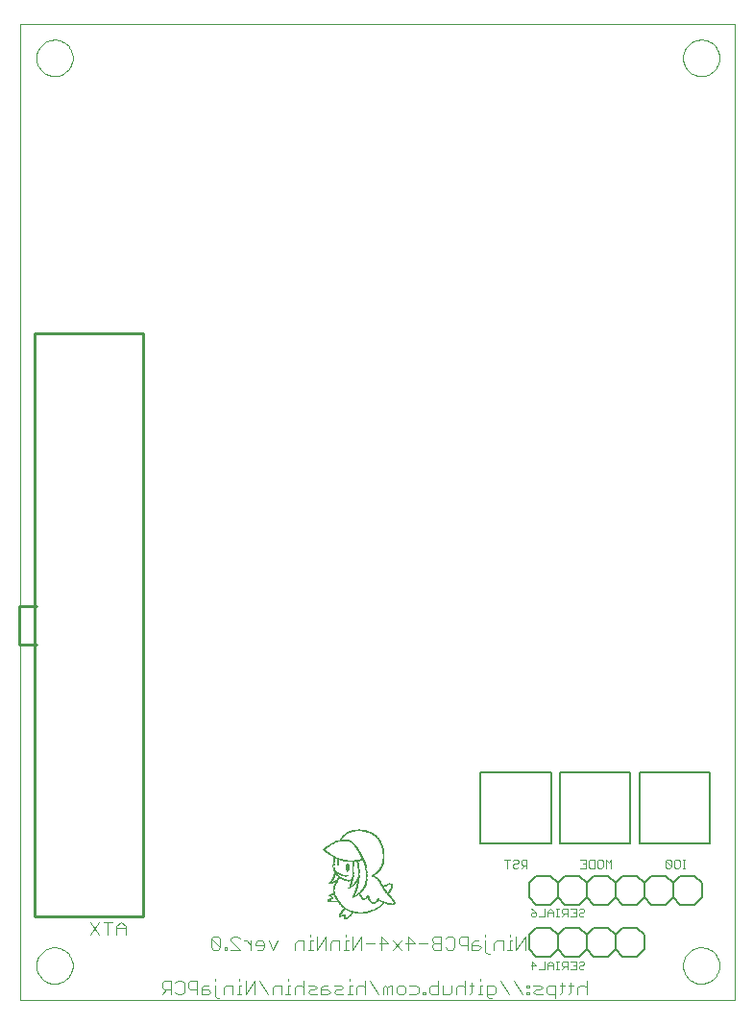
<source format=gbo>
G75*
%MOIN*%
%OFA0B0*%
%FSLAX24Y24*%
%IPPOS*%
%LPD*%
%AMOC8*
5,1,8,0,0,1.08239X$1,22.5*
%
%ADD10C,0.0000*%
%ADD11C,0.0040*%
%ADD12C,0.0030*%
%ADD13C,0.0100*%
%ADD14C,0.0050*%
%ADD15C,0.0060*%
%ADD16R,0.0040X0.0010*%
%ADD17R,0.0080X0.0010*%
%ADD18R,0.0100X0.0010*%
%ADD19R,0.0130X0.0010*%
%ADD20R,0.0060X0.0010*%
%ADD21R,0.0050X0.0010*%
%ADD22R,0.0030X0.0010*%
%ADD23R,0.0090X0.0010*%
%ADD24R,0.0120X0.0010*%
%ADD25R,0.0150X0.0010*%
%ADD26R,0.0270X0.0010*%
%ADD27R,0.0390X0.0010*%
%ADD28R,0.0490X0.0010*%
%ADD29R,0.0180X0.0010*%
%ADD30R,0.0220X0.0010*%
%ADD31R,0.0160X0.0010*%
%ADD32R,0.0110X0.0010*%
%ADD33R,0.0070X0.0010*%
%ADD34R,0.0170X0.0010*%
%ADD35R,0.0240X0.0010*%
%ADD36R,0.0190X0.0010*%
%ADD37R,0.0250X0.0010*%
%ADD38R,0.0360X0.0010*%
%ADD39R,0.0010X0.0010*%
%ADD40R,0.0020X0.0010*%
%ADD41R,0.0230X0.0010*%
%ADD42R,0.0210X0.0010*%
%ADD43R,0.0140X0.0010*%
%ADD44R,0.0280X0.0010*%
%ADD45R,0.0310X0.0010*%
%ADD46R,0.0470X0.0010*%
%ADD47R,0.0590X0.0010*%
%ADD48R,0.0200X0.0010*%
%ADD49R,0.0400X0.0010*%
%ADD50R,0.0340X0.0010*%
%ADD51R,0.0290X0.0010*%
%ADD52R,0.0510X0.0010*%
%ADD53R,0.0420X0.0010*%
%ADD54R,0.0300X0.0010*%
D10*
X001857Y002453D02*
X001857Y036312D01*
X026660Y036312D01*
X026660Y002453D01*
X001857Y002453D01*
X002408Y003634D02*
X002410Y003684D01*
X002416Y003734D01*
X002426Y003783D01*
X002440Y003831D01*
X002457Y003878D01*
X002478Y003923D01*
X002503Y003967D01*
X002531Y004008D01*
X002563Y004047D01*
X002597Y004084D01*
X002634Y004118D01*
X002674Y004148D01*
X002716Y004175D01*
X002760Y004199D01*
X002806Y004220D01*
X002853Y004236D01*
X002901Y004249D01*
X002951Y004258D01*
X003000Y004263D01*
X003051Y004264D01*
X003101Y004261D01*
X003150Y004254D01*
X003199Y004243D01*
X003247Y004228D01*
X003293Y004210D01*
X003338Y004188D01*
X003381Y004162D01*
X003422Y004133D01*
X003461Y004101D01*
X003497Y004066D01*
X003529Y004028D01*
X003559Y003988D01*
X003586Y003945D01*
X003609Y003901D01*
X003628Y003855D01*
X003644Y003807D01*
X003656Y003758D01*
X003664Y003709D01*
X003668Y003659D01*
X003668Y003609D01*
X003664Y003559D01*
X003656Y003510D01*
X003644Y003461D01*
X003628Y003413D01*
X003609Y003367D01*
X003586Y003323D01*
X003559Y003280D01*
X003529Y003240D01*
X003497Y003202D01*
X003461Y003167D01*
X003422Y003135D01*
X003381Y003106D01*
X003338Y003080D01*
X003293Y003058D01*
X003247Y003040D01*
X003199Y003025D01*
X003150Y003014D01*
X003101Y003007D01*
X003051Y003004D01*
X003000Y003005D01*
X002951Y003010D01*
X002901Y003019D01*
X002853Y003032D01*
X002806Y003048D01*
X002760Y003069D01*
X002716Y003093D01*
X002674Y003120D01*
X002634Y003150D01*
X002597Y003184D01*
X002563Y003221D01*
X002531Y003260D01*
X002503Y003301D01*
X002478Y003345D01*
X002457Y003390D01*
X002440Y003437D01*
X002426Y003485D01*
X002416Y003534D01*
X002410Y003584D01*
X002408Y003634D01*
X024849Y003634D02*
X024851Y003684D01*
X024857Y003734D01*
X024867Y003783D01*
X024881Y003831D01*
X024898Y003878D01*
X024919Y003923D01*
X024944Y003967D01*
X024972Y004008D01*
X025004Y004047D01*
X025038Y004084D01*
X025075Y004118D01*
X025115Y004148D01*
X025157Y004175D01*
X025201Y004199D01*
X025247Y004220D01*
X025294Y004236D01*
X025342Y004249D01*
X025392Y004258D01*
X025441Y004263D01*
X025492Y004264D01*
X025542Y004261D01*
X025591Y004254D01*
X025640Y004243D01*
X025688Y004228D01*
X025734Y004210D01*
X025779Y004188D01*
X025822Y004162D01*
X025863Y004133D01*
X025902Y004101D01*
X025938Y004066D01*
X025970Y004028D01*
X026000Y003988D01*
X026027Y003945D01*
X026050Y003901D01*
X026069Y003855D01*
X026085Y003807D01*
X026097Y003758D01*
X026105Y003709D01*
X026109Y003659D01*
X026109Y003609D01*
X026105Y003559D01*
X026097Y003510D01*
X026085Y003461D01*
X026069Y003413D01*
X026050Y003367D01*
X026027Y003323D01*
X026000Y003280D01*
X025970Y003240D01*
X025938Y003202D01*
X025902Y003167D01*
X025863Y003135D01*
X025822Y003106D01*
X025779Y003080D01*
X025734Y003058D01*
X025688Y003040D01*
X025640Y003025D01*
X025591Y003014D01*
X025542Y003007D01*
X025492Y003004D01*
X025441Y003005D01*
X025392Y003010D01*
X025342Y003019D01*
X025294Y003032D01*
X025247Y003048D01*
X025201Y003069D01*
X025157Y003093D01*
X025115Y003120D01*
X025075Y003150D01*
X025038Y003184D01*
X025004Y003221D01*
X024972Y003260D01*
X024944Y003301D01*
X024919Y003345D01*
X024898Y003390D01*
X024881Y003437D01*
X024867Y003485D01*
X024857Y003534D01*
X024851Y003584D01*
X024849Y003634D01*
X024849Y035130D02*
X024851Y035180D01*
X024857Y035230D01*
X024867Y035279D01*
X024881Y035327D01*
X024898Y035374D01*
X024919Y035419D01*
X024944Y035463D01*
X024972Y035504D01*
X025004Y035543D01*
X025038Y035580D01*
X025075Y035614D01*
X025115Y035644D01*
X025157Y035671D01*
X025201Y035695D01*
X025247Y035716D01*
X025294Y035732D01*
X025342Y035745D01*
X025392Y035754D01*
X025441Y035759D01*
X025492Y035760D01*
X025542Y035757D01*
X025591Y035750D01*
X025640Y035739D01*
X025688Y035724D01*
X025734Y035706D01*
X025779Y035684D01*
X025822Y035658D01*
X025863Y035629D01*
X025902Y035597D01*
X025938Y035562D01*
X025970Y035524D01*
X026000Y035484D01*
X026027Y035441D01*
X026050Y035397D01*
X026069Y035351D01*
X026085Y035303D01*
X026097Y035254D01*
X026105Y035205D01*
X026109Y035155D01*
X026109Y035105D01*
X026105Y035055D01*
X026097Y035006D01*
X026085Y034957D01*
X026069Y034909D01*
X026050Y034863D01*
X026027Y034819D01*
X026000Y034776D01*
X025970Y034736D01*
X025938Y034698D01*
X025902Y034663D01*
X025863Y034631D01*
X025822Y034602D01*
X025779Y034576D01*
X025734Y034554D01*
X025688Y034536D01*
X025640Y034521D01*
X025591Y034510D01*
X025542Y034503D01*
X025492Y034500D01*
X025441Y034501D01*
X025392Y034506D01*
X025342Y034515D01*
X025294Y034528D01*
X025247Y034544D01*
X025201Y034565D01*
X025157Y034589D01*
X025115Y034616D01*
X025075Y034646D01*
X025038Y034680D01*
X025004Y034717D01*
X024972Y034756D01*
X024944Y034797D01*
X024919Y034841D01*
X024898Y034886D01*
X024881Y034933D01*
X024867Y034981D01*
X024857Y035030D01*
X024851Y035080D01*
X024849Y035130D01*
X002408Y035130D02*
X002410Y035180D01*
X002416Y035230D01*
X002426Y035279D01*
X002440Y035327D01*
X002457Y035374D01*
X002478Y035419D01*
X002503Y035463D01*
X002531Y035504D01*
X002563Y035543D01*
X002597Y035580D01*
X002634Y035614D01*
X002674Y035644D01*
X002716Y035671D01*
X002760Y035695D01*
X002806Y035716D01*
X002853Y035732D01*
X002901Y035745D01*
X002951Y035754D01*
X003000Y035759D01*
X003051Y035760D01*
X003101Y035757D01*
X003150Y035750D01*
X003199Y035739D01*
X003247Y035724D01*
X003293Y035706D01*
X003338Y035684D01*
X003381Y035658D01*
X003422Y035629D01*
X003461Y035597D01*
X003497Y035562D01*
X003529Y035524D01*
X003559Y035484D01*
X003586Y035441D01*
X003609Y035397D01*
X003628Y035351D01*
X003644Y035303D01*
X003656Y035254D01*
X003664Y035205D01*
X003668Y035155D01*
X003668Y035105D01*
X003664Y035055D01*
X003656Y035006D01*
X003644Y034957D01*
X003628Y034909D01*
X003609Y034863D01*
X003586Y034819D01*
X003559Y034776D01*
X003529Y034736D01*
X003497Y034698D01*
X003461Y034663D01*
X003422Y034631D01*
X003381Y034602D01*
X003338Y034576D01*
X003293Y034554D01*
X003247Y034536D01*
X003199Y034521D01*
X003150Y034510D01*
X003101Y034503D01*
X003051Y034500D01*
X003000Y034501D01*
X002951Y034506D01*
X002901Y034515D01*
X002853Y034528D01*
X002806Y034544D01*
X002760Y034565D01*
X002716Y034589D01*
X002674Y034616D01*
X002634Y034646D01*
X002597Y034680D01*
X002563Y034717D01*
X002531Y034756D01*
X002503Y034797D01*
X002478Y034841D01*
X002457Y034886D01*
X002440Y034933D01*
X002426Y034981D01*
X002416Y035030D01*
X002410Y035080D01*
X002408Y035130D01*
D11*
X004271Y005154D02*
X004578Y004693D01*
X004885Y004693D02*
X004885Y005154D01*
X005038Y005154D02*
X004731Y005154D01*
X004578Y005154D02*
X004271Y004693D01*
X005192Y004693D02*
X005192Y005000D01*
X005345Y005154D01*
X005498Y005000D01*
X005498Y004693D01*
X005498Y004924D02*
X005192Y004924D01*
X006841Y003104D02*
X006765Y003027D01*
X006765Y002874D01*
X006841Y002797D01*
X007072Y002797D01*
X007072Y002643D02*
X007072Y003104D01*
X006841Y003104D01*
X006918Y002797D02*
X006765Y002643D01*
X007225Y002720D02*
X007302Y002643D01*
X007455Y002643D01*
X007532Y002720D01*
X007532Y003027D01*
X007455Y003104D01*
X007302Y003104D01*
X007225Y003027D01*
X007686Y003027D02*
X007686Y002874D01*
X007762Y002797D01*
X007992Y002797D01*
X007992Y002643D02*
X007992Y003104D01*
X007762Y003104D01*
X007686Y003027D01*
X008146Y002874D02*
X008146Y002643D01*
X008376Y002643D01*
X008453Y002720D01*
X008376Y002797D01*
X008146Y002797D01*
X008146Y002874D02*
X008223Y002950D01*
X008376Y002950D01*
X008606Y002950D02*
X008606Y002567D01*
X008683Y002490D01*
X008760Y002490D01*
X008913Y002643D02*
X008913Y002874D01*
X008990Y002950D01*
X009220Y002950D01*
X009220Y002643D01*
X009374Y002643D02*
X009527Y002643D01*
X009450Y002643D02*
X009450Y002950D01*
X009527Y002950D01*
X009450Y003104D02*
X009450Y003180D01*
X009681Y003104D02*
X009681Y002643D01*
X009987Y003104D01*
X009987Y002643D01*
X010448Y002643D02*
X010141Y003104D01*
X010601Y002874D02*
X010601Y002643D01*
X010601Y002874D02*
X010678Y002950D01*
X010908Y002950D01*
X010908Y002643D01*
X011062Y002643D02*
X011215Y002643D01*
X011138Y002643D02*
X011138Y002950D01*
X011215Y002950D01*
X011369Y002874D02*
X011369Y002643D01*
X011369Y002874D02*
X011445Y002950D01*
X011599Y002950D01*
X011676Y002874D01*
X011829Y002950D02*
X012059Y002950D01*
X012136Y002874D01*
X012059Y002797D01*
X011906Y002797D01*
X011829Y002720D01*
X011906Y002643D01*
X012136Y002643D01*
X012289Y002643D02*
X012520Y002643D01*
X012596Y002720D01*
X012520Y002797D01*
X012289Y002797D01*
X012289Y002874D02*
X012289Y002643D01*
X012289Y002874D02*
X012366Y002950D01*
X012520Y002950D01*
X012750Y002950D02*
X012980Y002950D01*
X013057Y002874D01*
X012980Y002797D01*
X012827Y002797D01*
X012750Y002720D01*
X012827Y002643D01*
X013057Y002643D01*
X013210Y002643D02*
X013364Y002643D01*
X013287Y002643D02*
X013287Y002950D01*
X013364Y002950D01*
X013517Y002874D02*
X013517Y002643D01*
X013517Y002874D02*
X013594Y002950D01*
X013747Y002950D01*
X013824Y002874D01*
X013824Y003104D02*
X013824Y002643D01*
X014284Y002643D02*
X013978Y003104D01*
X014438Y002874D02*
X014438Y002643D01*
X014591Y002643D02*
X014591Y002874D01*
X014515Y002950D01*
X014438Y002874D01*
X014591Y002874D02*
X014668Y002950D01*
X014745Y002950D01*
X014745Y002643D01*
X014898Y002720D02*
X014898Y002874D01*
X014975Y002950D01*
X015129Y002950D01*
X015205Y002874D01*
X015205Y002720D01*
X015129Y002643D01*
X014975Y002643D01*
X014898Y002720D01*
X015359Y002643D02*
X015589Y002643D01*
X015666Y002720D01*
X015666Y002874D01*
X015589Y002950D01*
X015359Y002950D01*
X015819Y002720D02*
X015819Y002643D01*
X015896Y002643D01*
X015896Y002720D01*
X015819Y002720D01*
X016049Y002720D02*
X016049Y002874D01*
X016126Y002950D01*
X016356Y002950D01*
X016510Y002950D02*
X016510Y002643D01*
X016740Y002643D01*
X016817Y002720D01*
X016817Y002950D01*
X016970Y002874D02*
X016970Y002643D01*
X016970Y002874D02*
X017047Y002950D01*
X017200Y002950D01*
X017277Y002874D01*
X017430Y002950D02*
X017584Y002950D01*
X017507Y003027D02*
X017507Y002720D01*
X017430Y002643D01*
X017277Y002643D02*
X017277Y003104D01*
X017737Y002643D02*
X017891Y002643D01*
X017814Y002643D02*
X017814Y002950D01*
X017891Y002950D01*
X018044Y002950D02*
X018275Y002950D01*
X018351Y002874D01*
X018351Y002720D01*
X018275Y002643D01*
X018044Y002643D01*
X018044Y002567D02*
X018044Y002950D01*
X017814Y003104D02*
X017814Y003180D01*
X018044Y002567D02*
X018121Y002490D01*
X018198Y002490D01*
X018812Y002643D02*
X018505Y003104D01*
X018965Y003104D02*
X019272Y002643D01*
X019426Y002643D02*
X019502Y002643D01*
X019502Y002720D01*
X019426Y002720D01*
X019426Y002643D01*
X019426Y002874D02*
X019502Y002874D01*
X019502Y002950D01*
X019426Y002950D01*
X019426Y002874D01*
X019656Y002950D02*
X019886Y002950D01*
X019963Y002874D01*
X019886Y002797D01*
X019732Y002797D01*
X019656Y002720D01*
X019732Y002643D01*
X019963Y002643D01*
X020116Y002720D02*
X020193Y002643D01*
X020423Y002643D01*
X020423Y002490D02*
X020423Y002950D01*
X020193Y002950D01*
X020116Y002874D01*
X020116Y002720D01*
X020576Y002643D02*
X020653Y002720D01*
X020653Y003027D01*
X020730Y002950D02*
X020576Y002950D01*
X020883Y002950D02*
X021037Y002950D01*
X020960Y003027D02*
X020960Y002720D01*
X020883Y002643D01*
X021190Y002643D02*
X021190Y002874D01*
X021267Y002950D01*
X021421Y002950D01*
X021497Y002874D01*
X021497Y003104D02*
X021497Y002643D01*
X019367Y004183D02*
X019367Y004644D01*
X019060Y004183D01*
X019060Y004644D01*
X018907Y004490D02*
X018830Y004490D01*
X018830Y004183D01*
X018907Y004183D02*
X018753Y004183D01*
X018600Y004183D02*
X018600Y004490D01*
X018370Y004490D01*
X018293Y004414D01*
X018293Y004183D01*
X018140Y004030D02*
X018063Y004030D01*
X017986Y004107D01*
X017986Y004490D01*
X017986Y004644D02*
X017986Y004720D01*
X017756Y004490D02*
X017602Y004490D01*
X017526Y004414D01*
X017526Y004183D01*
X017756Y004183D01*
X017833Y004260D01*
X017756Y004337D01*
X017526Y004337D01*
X017372Y004337D02*
X017142Y004337D01*
X017065Y004414D01*
X017065Y004567D01*
X017142Y004644D01*
X017372Y004644D01*
X017372Y004183D01*
X016912Y004260D02*
X016835Y004183D01*
X016682Y004183D01*
X016605Y004260D01*
X016451Y004183D02*
X016221Y004183D01*
X016145Y004260D01*
X016145Y004337D01*
X016221Y004414D01*
X016451Y004414D01*
X016605Y004567D02*
X016682Y004644D01*
X016835Y004644D01*
X016912Y004567D01*
X016912Y004260D01*
X016451Y004183D02*
X016451Y004644D01*
X016221Y004644D01*
X016145Y004567D01*
X016145Y004490D01*
X016221Y004414D01*
X015991Y004414D02*
X015684Y004414D01*
X015531Y004414D02*
X015224Y004414D01*
X015070Y004490D02*
X014763Y004183D01*
X014610Y004414D02*
X014303Y004414D01*
X014150Y004414D02*
X013843Y004414D01*
X013689Y004644D02*
X013382Y004183D01*
X013382Y004644D01*
X013229Y004490D02*
X013152Y004490D01*
X013152Y004183D01*
X013229Y004183D02*
X013075Y004183D01*
X012922Y004183D02*
X012922Y004490D01*
X012692Y004490D01*
X012615Y004414D01*
X012615Y004183D01*
X012461Y004183D02*
X012461Y004644D01*
X012154Y004183D01*
X012154Y004644D01*
X012001Y004490D02*
X011924Y004490D01*
X011924Y004183D01*
X011848Y004183D02*
X012001Y004183D01*
X011694Y004183D02*
X011694Y004490D01*
X011464Y004490D01*
X011387Y004414D01*
X011387Y004183D01*
X010773Y004490D02*
X010620Y004183D01*
X010466Y004490D01*
X010313Y004414D02*
X010236Y004490D01*
X010083Y004490D01*
X010006Y004414D01*
X010006Y004337D01*
X010313Y004337D01*
X010313Y004260D02*
X010313Y004414D01*
X010313Y004260D02*
X010236Y004183D01*
X010083Y004183D01*
X009853Y004183D02*
X009853Y004490D01*
X009853Y004337D02*
X009699Y004490D01*
X009622Y004490D01*
X009469Y004567D02*
X009392Y004644D01*
X009239Y004644D01*
X009162Y004567D01*
X009162Y004490D01*
X009469Y004183D01*
X009162Y004183D01*
X009008Y004183D02*
X008932Y004183D01*
X008932Y004260D01*
X009008Y004260D01*
X009008Y004183D01*
X008778Y004260D02*
X008471Y004567D01*
X008471Y004260D01*
X008548Y004183D01*
X008702Y004183D01*
X008778Y004260D01*
X008778Y004567D01*
X008702Y004644D01*
X008548Y004644D01*
X008471Y004567D01*
X008606Y003180D02*
X008606Y003104D01*
X011138Y003104D02*
X011138Y003180D01*
X011676Y003104D02*
X011676Y002643D01*
X011924Y004644D02*
X011924Y004720D01*
X013152Y004720D02*
X013152Y004644D01*
X013689Y004644D02*
X013689Y004183D01*
X014380Y004183D02*
X014380Y004644D01*
X014610Y004414D01*
X014763Y004490D02*
X015070Y004183D01*
X015300Y004183D02*
X015300Y004644D01*
X015531Y004414D01*
X016356Y003104D02*
X016356Y002643D01*
X016126Y002643D01*
X016049Y002720D01*
X013287Y003104D02*
X013287Y003180D01*
X018830Y004644D02*
X018830Y004720D01*
D12*
X019563Y005377D02*
X019563Y005425D01*
X019612Y005473D01*
X019757Y005473D01*
X019757Y005377D01*
X019709Y005328D01*
X019612Y005328D01*
X019563Y005377D01*
X019660Y005570D02*
X019757Y005473D01*
X019660Y005570D02*
X019563Y005619D01*
X019858Y005328D02*
X020052Y005328D01*
X020052Y005619D01*
X020153Y005522D02*
X020153Y005328D01*
X020153Y005473D02*
X020346Y005473D01*
X020346Y005522D02*
X020249Y005619D01*
X020153Y005522D01*
X020346Y005522D02*
X020346Y005328D01*
X020446Y005328D02*
X020543Y005328D01*
X020494Y005328D02*
X020494Y005619D01*
X020446Y005619D02*
X020543Y005619D01*
X020644Y005570D02*
X020644Y005473D01*
X020692Y005425D01*
X020837Y005425D01*
X020741Y005425D02*
X020644Y005328D01*
X020837Y005328D02*
X020837Y005619D01*
X020692Y005619D01*
X020644Y005570D01*
X020938Y005619D02*
X021132Y005619D01*
X021132Y005328D01*
X020938Y005328D01*
X021035Y005473D02*
X021132Y005473D01*
X021233Y005425D02*
X021233Y005377D01*
X021282Y005328D01*
X021378Y005328D01*
X021427Y005377D01*
X021378Y005473D02*
X021282Y005473D01*
X021233Y005425D01*
X021233Y005570D02*
X021282Y005619D01*
X021378Y005619D01*
X021427Y005570D01*
X021427Y005522D01*
X021378Y005473D01*
X021283Y007018D02*
X021477Y007018D01*
X021477Y007309D01*
X021283Y007309D01*
X021380Y007163D02*
X021477Y007163D01*
X021578Y007067D02*
X021578Y007260D01*
X021626Y007309D01*
X021772Y007309D01*
X021772Y007018D01*
X021626Y007018D01*
X021578Y007067D01*
X021873Y007067D02*
X021873Y007260D01*
X021921Y007309D01*
X022018Y007309D01*
X022066Y007260D01*
X022066Y007067D01*
X022018Y007018D01*
X021921Y007018D01*
X021873Y007067D01*
X022167Y007018D02*
X022167Y007309D01*
X022264Y007212D01*
X022361Y007309D01*
X022361Y007018D01*
X024243Y007067D02*
X024292Y007018D01*
X024389Y007018D01*
X024437Y007067D01*
X024243Y007260D01*
X024243Y007067D01*
X024243Y007260D02*
X024292Y007309D01*
X024389Y007309D01*
X024437Y007260D01*
X024437Y007067D01*
X024538Y007067D02*
X024538Y007260D01*
X024586Y007309D01*
X024683Y007309D01*
X024732Y007260D01*
X024732Y007067D01*
X024683Y007018D01*
X024586Y007018D01*
X024538Y007067D01*
X024831Y007018D02*
X024928Y007018D01*
X024880Y007018D02*
X024880Y007309D01*
X024928Y007309D02*
X024831Y007309D01*
X021378Y003789D02*
X021427Y003740D01*
X021427Y003692D01*
X021378Y003643D01*
X021282Y003643D01*
X021233Y003595D01*
X021233Y003547D01*
X021282Y003498D01*
X021378Y003498D01*
X021427Y003547D01*
X021378Y003789D02*
X021282Y003789D01*
X021233Y003740D01*
X021132Y003789D02*
X021132Y003498D01*
X020938Y003498D01*
X020837Y003498D02*
X020837Y003789D01*
X020692Y003789D01*
X020644Y003740D01*
X020644Y003643D01*
X020692Y003595D01*
X020837Y003595D01*
X020741Y003595D02*
X020644Y003498D01*
X020543Y003498D02*
X020446Y003498D01*
X020494Y003498D02*
X020494Y003789D01*
X020446Y003789D02*
X020543Y003789D01*
X020346Y003692D02*
X020249Y003789D01*
X020153Y003692D01*
X020153Y003498D01*
X020052Y003498D02*
X019858Y003498D01*
X019757Y003643D02*
X019563Y003643D01*
X019612Y003498D02*
X019612Y003789D01*
X019757Y003643D01*
X020052Y003498D02*
X020052Y003789D01*
X020153Y003643D02*
X020346Y003643D01*
X020346Y003692D02*
X020346Y003498D01*
X020938Y003789D02*
X021132Y003789D01*
X021132Y003643D02*
X021035Y003643D01*
X019426Y007018D02*
X019426Y007309D01*
X019281Y007309D01*
X019233Y007260D01*
X019233Y007163D01*
X019281Y007115D01*
X019426Y007115D01*
X019329Y007115D02*
X019233Y007018D01*
X019132Y007067D02*
X019083Y007018D01*
X018986Y007018D01*
X018938Y007067D01*
X018938Y007115D01*
X018986Y007163D01*
X019083Y007163D01*
X019132Y007212D01*
X019132Y007260D01*
X019083Y007309D01*
X018986Y007309D01*
X018938Y007260D01*
X018837Y007309D02*
X018643Y007309D01*
X018740Y007309D02*
X018740Y007018D01*
D13*
X006109Y005327D02*
X006109Y025564D01*
X002330Y025564D01*
X002330Y005327D01*
X006109Y005327D01*
X002408Y014776D02*
X001818Y014776D01*
X001818Y016115D01*
X002408Y016115D01*
D14*
X017824Y010323D02*
X017824Y007882D01*
X020265Y007882D01*
X020265Y010323D01*
X017824Y010323D01*
X020580Y010323D02*
X020580Y007882D01*
X023021Y007882D01*
X023021Y010323D01*
X020580Y010323D01*
X023336Y010323D02*
X023336Y007882D01*
X025777Y007882D01*
X025777Y010323D01*
X023336Y010323D01*
D15*
X023257Y006753D02*
X022757Y006753D01*
X022507Y006503D01*
X022257Y006753D01*
X021757Y006753D01*
X021507Y006503D01*
X021257Y006753D01*
X020757Y006753D01*
X020507Y006503D01*
X020257Y006753D01*
X019757Y006753D01*
X019507Y006503D01*
X019507Y006003D01*
X019757Y005753D01*
X020257Y005753D01*
X020507Y006003D01*
X020757Y005753D01*
X021257Y005753D01*
X021507Y006003D01*
X021757Y005753D01*
X022257Y005753D01*
X022507Y006003D01*
X022757Y005753D01*
X023257Y005753D01*
X023507Y006003D01*
X023757Y005753D01*
X024257Y005753D01*
X024507Y006003D01*
X024757Y005753D01*
X025257Y005753D01*
X025507Y006003D01*
X025507Y006503D01*
X025257Y006753D01*
X024757Y006753D01*
X024507Y006503D01*
X024257Y006753D01*
X023757Y006753D01*
X023507Y006503D01*
X023507Y006003D01*
X023507Y006503D02*
X023257Y006753D01*
X022507Y006503D02*
X022507Y006003D01*
X022257Y004953D02*
X021757Y004953D01*
X021507Y004703D01*
X021507Y004203D01*
X021757Y003953D01*
X022257Y003953D01*
X022507Y004203D01*
X022757Y003953D01*
X023257Y003953D01*
X023507Y004203D01*
X023507Y004703D01*
X023257Y004953D01*
X022757Y004953D01*
X022507Y004703D01*
X022257Y004953D01*
X022507Y004703D02*
X022507Y004203D01*
X021507Y004203D02*
X021257Y003953D01*
X020757Y003953D01*
X020507Y004203D01*
X020257Y003953D01*
X019757Y003953D01*
X019507Y004203D01*
X019507Y004703D01*
X019757Y004953D01*
X020257Y004953D01*
X020507Y004703D01*
X020507Y004203D01*
X020507Y004703D02*
X020757Y004953D01*
X021257Y004953D01*
X021507Y004703D01*
X021507Y006003D02*
X021507Y006503D01*
X020507Y006503D02*
X020507Y006003D01*
X024507Y006003D02*
X024507Y006503D01*
D16*
X014832Y005813D03*
X014832Y005803D03*
X014832Y005793D03*
X014832Y005783D03*
X014822Y005833D03*
X014812Y005843D03*
X014812Y005853D03*
X014802Y005863D03*
X014792Y005883D03*
X014782Y005893D03*
X014772Y005903D03*
X014742Y005943D03*
X014732Y005953D03*
X014722Y005963D03*
X014662Y006033D03*
X014652Y006043D03*
X014642Y006053D03*
X014632Y006133D03*
X014642Y006143D03*
X014652Y006153D03*
X014652Y006163D03*
X014662Y006173D03*
X014672Y006183D03*
X014672Y006193D03*
X014682Y006203D03*
X014692Y006223D03*
X014702Y006233D03*
X014702Y006243D03*
X014712Y006253D03*
X014712Y006263D03*
X014722Y006273D03*
X014722Y006283D03*
X014732Y006293D03*
X014732Y006303D03*
X014742Y006323D03*
X014742Y006333D03*
X014752Y006353D03*
X014752Y006363D03*
X014752Y006373D03*
X014752Y006383D03*
X014752Y006393D03*
X014752Y006403D03*
X014742Y006413D03*
X014492Y006253D03*
X014492Y006243D03*
X014502Y006233D03*
X014512Y006223D03*
X014522Y006203D03*
X014532Y006193D03*
X014552Y006163D03*
X014562Y006153D03*
X014482Y006263D03*
X014472Y006273D03*
X014472Y006283D03*
X014462Y006293D03*
X014452Y006303D03*
X014452Y006313D03*
X014442Y006323D03*
X014432Y006343D03*
X014402Y006383D03*
X014402Y006393D03*
X014392Y006403D03*
X014392Y006413D03*
X014382Y006423D03*
X014382Y006433D03*
X014372Y006443D03*
X014372Y006453D03*
X014362Y006463D03*
X014362Y006473D03*
X014352Y006483D03*
X014352Y006493D03*
X014342Y006503D03*
X014332Y006513D03*
X014332Y006523D03*
X014322Y006533D03*
X014322Y006543D03*
X014312Y006553D03*
X014302Y006563D03*
X014292Y006583D03*
X014282Y006593D03*
X014272Y006603D03*
X014322Y006933D03*
X014332Y006943D03*
X014342Y006963D03*
X014352Y006973D03*
X014362Y006983D03*
X014362Y006993D03*
X014372Y007003D03*
X014372Y007013D03*
X014382Y007023D03*
X014392Y007033D03*
X014392Y007043D03*
X014402Y007063D03*
X014412Y007083D03*
X014412Y007093D03*
X014422Y007103D03*
X014422Y007113D03*
X014432Y007133D03*
X014432Y007143D03*
X014442Y007163D03*
X014442Y007173D03*
X014442Y007183D03*
X014452Y007203D03*
X014452Y007213D03*
X014452Y007223D03*
X014462Y007263D03*
X014462Y007273D03*
X014462Y007283D03*
X014462Y007293D03*
X014462Y007493D03*
X014462Y007503D03*
X014462Y007513D03*
X014462Y007523D03*
X014462Y007533D03*
X014452Y007573D03*
X014452Y007583D03*
X014452Y007593D03*
X014442Y007623D03*
X014442Y007633D03*
X014442Y007643D03*
X014432Y007673D03*
X014432Y007683D03*
X014422Y007703D03*
X014422Y007713D03*
X014422Y007723D03*
X014412Y007743D03*
X014412Y007753D03*
X014402Y007773D03*
X014402Y007783D03*
X014392Y007803D03*
X014392Y007813D03*
X014382Y007823D03*
X014382Y007833D03*
X014372Y007843D03*
X014372Y007853D03*
X014362Y007873D03*
X014352Y007883D03*
X014352Y007893D03*
X014342Y007903D03*
X014342Y007913D03*
X014332Y007923D03*
X014332Y007933D03*
X014322Y007943D03*
X014312Y007953D03*
X014312Y007963D03*
X014302Y007973D03*
X014282Y008003D03*
X014272Y008013D03*
X013582Y007623D03*
X013582Y007613D03*
X013592Y007603D03*
X013592Y007593D03*
X013602Y007583D03*
X013612Y007573D03*
X013612Y007563D03*
X013622Y007553D03*
X013622Y007543D03*
X013632Y007533D03*
X013632Y007523D03*
X013642Y007513D03*
X013652Y007493D03*
X013662Y007483D03*
X013662Y007473D03*
X013672Y007463D03*
X013672Y007453D03*
X013682Y007443D03*
X013682Y007433D03*
X013692Y007423D03*
X013692Y007413D03*
X013702Y007403D03*
X013712Y007383D03*
X013742Y007323D03*
X013772Y007273D03*
X013772Y007263D03*
X013782Y007243D03*
X013782Y007233D03*
X013792Y007223D03*
X013792Y007213D03*
X013802Y007193D03*
X013802Y007183D03*
X013812Y007163D03*
X013812Y007153D03*
X013822Y007123D03*
X013822Y007113D03*
X013832Y007093D03*
X013832Y007083D03*
X013842Y007053D03*
X013842Y007043D03*
X013852Y007013D03*
X013852Y007003D03*
X013852Y006993D03*
X013862Y006953D03*
X013862Y006943D03*
X013862Y006933D03*
X013872Y006883D03*
X013872Y006873D03*
X013872Y006863D03*
X013872Y006853D03*
X013882Y006763D03*
X013882Y006753D03*
X013882Y006743D03*
X013882Y006733D03*
X013882Y006723D03*
X013882Y006713D03*
X013882Y006703D03*
X013882Y006693D03*
X013872Y006603D03*
X013872Y006593D03*
X013872Y006583D03*
X013872Y006573D03*
X013862Y006523D03*
X013862Y006513D03*
X013852Y006483D03*
X013852Y006473D03*
X013842Y006453D03*
X013842Y006443D03*
X013832Y006423D03*
X013832Y006413D03*
X013822Y006393D03*
X013822Y006383D03*
X013812Y006373D03*
X013812Y006363D03*
X013802Y006353D03*
X013802Y006343D03*
X013792Y006333D03*
X013792Y006323D03*
X013782Y006313D03*
X013772Y006293D03*
X013762Y006283D03*
X013752Y006263D03*
X013742Y006253D03*
X013712Y006213D03*
X013702Y006203D03*
X013692Y006193D03*
X013642Y006083D03*
X013642Y006073D03*
X013652Y006063D03*
X013652Y006053D03*
X013662Y006043D03*
X013662Y006033D03*
X013672Y006023D03*
X013682Y006013D03*
X013682Y006003D03*
X013692Y005993D03*
X013712Y005963D03*
X013722Y005953D03*
X013872Y005973D03*
X013882Y005983D03*
X013882Y005993D03*
X013932Y005993D03*
X013932Y005983D03*
X013942Y005963D03*
X013942Y005953D03*
X013952Y005933D03*
X013952Y005923D03*
X013962Y005913D03*
X013962Y005903D03*
X013972Y005893D03*
X013972Y005883D03*
X013982Y005873D03*
X013992Y005863D03*
X013912Y006043D03*
X014242Y005883D03*
X014242Y005873D03*
X014232Y005863D03*
X014232Y005853D03*
X014222Y005843D03*
X014432Y005763D03*
X014442Y005773D03*
X013552Y006383D03*
X013552Y006393D03*
X013562Y006423D03*
X013562Y006433D03*
X013572Y006463D03*
X013572Y006473D03*
X013572Y006483D03*
X013582Y006513D03*
X013582Y006523D03*
X013582Y006533D03*
X013592Y006573D03*
X013592Y006583D03*
X013552Y006603D03*
X013542Y006583D03*
X013542Y006573D03*
X013532Y006563D03*
X013532Y006553D03*
X013522Y006543D03*
X013512Y006533D03*
X013512Y006523D03*
X013502Y006513D03*
X013502Y006503D03*
X013492Y006493D03*
X013482Y006483D03*
X013462Y006453D03*
X013452Y006443D03*
X013442Y006433D03*
X013332Y006453D03*
X013322Y006433D03*
X013322Y006423D03*
X013312Y006403D03*
X013312Y006393D03*
X013302Y006373D03*
X013302Y006363D03*
X013342Y006483D03*
X013342Y006493D03*
X013352Y006513D03*
X013352Y006523D03*
X013362Y006543D03*
X013362Y006553D03*
X013382Y006613D03*
X013382Y006623D03*
X013392Y006653D03*
X013392Y006663D03*
X013402Y006693D03*
X013402Y006703D03*
X013412Y006743D03*
X013412Y006753D03*
X013422Y006793D03*
X013422Y006803D03*
X013422Y006813D03*
X013422Y006823D03*
X013602Y006833D03*
X013602Y006843D03*
X013602Y006853D03*
X013602Y006863D03*
X013602Y006873D03*
X013602Y006883D03*
X013602Y006893D03*
X013602Y006903D03*
X013602Y006913D03*
X013602Y006923D03*
X013592Y006993D03*
X013592Y007003D03*
X013592Y007013D03*
X013592Y007023D03*
X013582Y007073D03*
X013582Y007083D03*
X013582Y007093D03*
X013572Y007143D03*
X013572Y007153D03*
X013572Y007163D03*
X013562Y007193D03*
X013562Y007203D03*
X013562Y007213D03*
X013412Y007213D03*
X013412Y007203D03*
X013412Y007193D03*
X013412Y007183D03*
X013422Y007123D03*
X013422Y007113D03*
X013422Y007103D03*
X013422Y007093D03*
X013422Y007083D03*
X013422Y007073D03*
X013222Y007153D03*
X012872Y007113D03*
X012732Y007113D03*
X012732Y007123D03*
X012732Y007133D03*
X012732Y007143D03*
X012732Y007153D03*
X012742Y007213D03*
X012742Y007223D03*
X012742Y007233D03*
X012752Y007273D03*
X012752Y007283D03*
X012752Y007293D03*
X012762Y007323D03*
X012762Y007333D03*
X012732Y007013D03*
X012732Y007003D03*
X012732Y006993D03*
X012732Y006983D03*
X012742Y006943D03*
X012742Y006933D03*
X012782Y006843D03*
X012762Y006773D03*
X012762Y006763D03*
X012752Y006743D03*
X012752Y006733D03*
X012742Y006713D03*
X012742Y006703D03*
X012732Y006693D03*
X012732Y006683D03*
X012722Y006663D03*
X012722Y006653D03*
X012712Y006643D03*
X012712Y006633D03*
X012702Y006623D03*
X012702Y006613D03*
X012692Y006603D03*
X012682Y006583D03*
X012672Y006573D03*
X012662Y006553D03*
X012652Y006543D03*
X012642Y006523D03*
X012632Y006513D03*
X012622Y006503D03*
X012782Y006423D03*
X012782Y006413D03*
X012772Y006403D03*
X012772Y006393D03*
X012762Y006373D03*
X012762Y006363D03*
X012752Y006343D03*
X012752Y006333D03*
X012752Y006323D03*
X012742Y006293D03*
X012742Y006283D03*
X012742Y006273D03*
X012742Y006163D03*
X012742Y006153D03*
X012742Y006143D03*
X012752Y006113D03*
X012752Y006103D03*
X012772Y006053D03*
X012772Y006043D03*
X012782Y006033D03*
X012782Y006023D03*
X012792Y006013D03*
X012792Y006003D03*
X012802Y005993D03*
X012812Y005983D03*
X012812Y005973D03*
X012822Y005963D03*
X012822Y005953D03*
X012832Y005943D03*
X012832Y005933D03*
X012842Y005923D03*
X012852Y005913D03*
X012852Y005903D03*
X012862Y005893D03*
X012872Y005873D03*
X012902Y005833D03*
X012912Y005813D03*
X012922Y005803D03*
X012932Y005793D03*
X012952Y005763D03*
X012962Y005753D03*
X012972Y005743D03*
X013092Y005583D03*
X013082Y005573D03*
X013072Y005563D03*
X013062Y005543D03*
X013052Y005533D03*
X013042Y005513D03*
X013032Y005503D03*
X013022Y005483D03*
X013012Y005473D03*
X013002Y005463D03*
X013002Y005453D03*
X012992Y005443D03*
X012982Y005433D03*
X012982Y005423D03*
X012972Y005413D03*
X012962Y005403D03*
X012962Y005393D03*
X012952Y005383D03*
X012952Y005373D03*
X012942Y005363D03*
X013102Y005303D03*
X013102Y005293D03*
X013102Y005283D03*
X013102Y005273D03*
X013102Y005263D03*
X013132Y005223D03*
X013112Y005323D03*
X013112Y005333D03*
X013112Y005343D03*
X013382Y005443D03*
X013392Y005453D03*
X013442Y006053D03*
X013452Y006073D03*
X013452Y006083D03*
X013462Y006103D03*
X013462Y006113D03*
X013472Y006123D03*
X013472Y006133D03*
X013482Y006153D03*
X013482Y006163D03*
X013492Y006183D03*
X013492Y006193D03*
X013502Y006213D03*
X013502Y006223D03*
X013512Y006243D03*
X013512Y006253D03*
X013522Y006273D03*
X013522Y006283D03*
X013532Y006313D03*
X013532Y006323D03*
X013542Y006343D03*
X013542Y006353D03*
X013602Y006713D03*
X013602Y006723D03*
X013602Y006733D03*
X012862Y006563D03*
X012852Y006543D03*
X012842Y006533D03*
X012832Y006523D03*
X012832Y006513D03*
X012822Y006503D03*
X012822Y006493D03*
X012812Y006483D03*
X012802Y006463D03*
X012792Y006443D03*
X012682Y005963D03*
X012392Y007643D03*
X012972Y007983D03*
X012982Y007993D03*
X012992Y008013D03*
X013002Y008023D03*
X013012Y008043D03*
X013022Y008053D03*
X013032Y008063D03*
X013472Y007773D03*
X013482Y007763D03*
X013502Y007733D03*
X013512Y007723D03*
X013522Y007703D03*
X013532Y007693D03*
X013542Y007683D03*
X013542Y007673D03*
X013552Y007663D03*
X013562Y007653D03*
X013562Y007643D03*
X013572Y007633D03*
D17*
X013292Y007933D03*
X013112Y007983D03*
X013252Y008233D03*
X013272Y008243D03*
X013982Y008233D03*
X014002Y008223D03*
X014022Y008213D03*
X013222Y007133D03*
X013222Y007123D03*
X013222Y006913D03*
X013152Y006713D03*
X013032Y006623D03*
X012892Y006623D03*
X012882Y006613D03*
X012872Y006603D03*
X012722Y006503D03*
X012792Y006803D03*
X012782Y006873D03*
X012872Y006823D03*
X012892Y006813D03*
X012912Y006803D03*
X012872Y007163D03*
X012872Y007173D03*
X012872Y007183D03*
X012872Y007193D03*
X012872Y007203D03*
X012872Y007213D03*
X012872Y007223D03*
X012872Y007233D03*
X012872Y007243D03*
X012872Y007253D03*
X012852Y007333D03*
X012832Y007343D03*
X012792Y007363D03*
X012772Y007373D03*
X012752Y007383D03*
X013242Y006553D03*
X013352Y006593D03*
X013572Y006593D03*
X014152Y006693D03*
X014442Y006353D03*
X014592Y006413D03*
X014612Y006423D03*
X014682Y006453D03*
X014352Y005863D03*
X014272Y005903D03*
X014192Y005573D03*
X014172Y005563D03*
X014152Y005553D03*
X014132Y005543D03*
X013442Y006013D03*
X013202Y005553D03*
X013222Y005543D03*
X013242Y005533D03*
X013262Y005523D03*
X013132Y005233D03*
X012642Y005933D03*
X012622Y005923D03*
X012602Y005913D03*
D18*
X012622Y006463D03*
X012842Y006573D03*
X012852Y006583D03*
X012982Y006773D03*
X013012Y006763D03*
X013082Y006603D03*
X013222Y006933D03*
X013222Y006943D03*
X013222Y007103D03*
X013222Y007113D03*
X012902Y007313D03*
X012802Y007353D03*
X012802Y006853D03*
X013462Y006033D03*
X013792Y005913D03*
X014052Y005513D03*
X014082Y005523D03*
X014282Y005893D03*
X014452Y005823D03*
X014472Y005813D03*
X014752Y005733D03*
X014542Y006393D03*
X014132Y006703D03*
X013312Y005503D03*
X013142Y005243D03*
X012832Y007913D03*
D19*
X013357Y008273D03*
X014677Y006443D03*
X014567Y005783D03*
X014607Y005773D03*
X014117Y005783D03*
X013957Y005483D03*
X013787Y005923D03*
X013377Y005483D03*
X013147Y005253D03*
X012587Y005863D03*
D20*
X012552Y005873D03*
X012562Y005893D03*
X012672Y005953D03*
X012642Y006003D03*
X012632Y006013D03*
X012622Y006023D03*
X012602Y006033D03*
X012592Y006043D03*
X012872Y005863D03*
X013082Y005633D03*
X013092Y005623D03*
X013152Y005583D03*
X013232Y005293D03*
X013222Y005283D03*
X013202Y005273D03*
X013192Y005263D03*
X012942Y005313D03*
X013532Y006063D03*
X013562Y006083D03*
X013582Y006093D03*
X013642Y006143D03*
X013652Y006153D03*
X013732Y005943D03*
X013742Y005933D03*
X013832Y005933D03*
X013912Y006023D03*
X014042Y005813D03*
X014122Y005773D03*
X014192Y005813D03*
X014272Y005913D03*
X014342Y005673D03*
X014332Y005663D03*
X014302Y005643D03*
X014292Y005633D03*
X014272Y005623D03*
X014262Y005613D03*
X014612Y006103D03*
X014222Y006653D03*
X014212Y006663D03*
X014192Y006673D03*
X014172Y006793D03*
X014182Y006803D03*
X014202Y006813D03*
X014212Y006823D03*
X014222Y006833D03*
X013592Y006673D03*
X013592Y006663D03*
X013582Y006643D03*
X013582Y006633D03*
X013422Y006413D03*
X013372Y006373D03*
X013362Y006363D03*
X012932Y006683D03*
X012922Y006693D03*
X012912Y006703D03*
X012842Y006843D03*
X012762Y006903D03*
X012872Y007123D03*
X012872Y007133D03*
X012872Y007283D03*
X012682Y007423D03*
X012652Y007443D03*
X012632Y007453D03*
X012622Y007463D03*
X012602Y007473D03*
X012592Y007483D03*
X012572Y007493D03*
X012562Y007503D03*
X012552Y007513D03*
X012532Y007523D03*
X012522Y007533D03*
X012492Y007553D03*
X012482Y007563D03*
X012432Y007603D03*
X012422Y007613D03*
X012432Y007683D03*
X012442Y007693D03*
X012452Y007703D03*
X012472Y007713D03*
X012482Y007723D03*
X012502Y007733D03*
X012532Y007753D03*
X012562Y007773D03*
X012612Y007803D03*
X013122Y008153D03*
X013132Y008163D03*
X013162Y008183D03*
X013192Y008203D03*
X013312Y007923D03*
X013342Y007903D03*
X013742Y007303D03*
X013222Y007143D03*
X012782Y006543D03*
X012772Y006533D03*
X014082Y008183D03*
X014112Y008163D03*
X014122Y008153D03*
X014142Y008143D03*
X014152Y008133D03*
D21*
X014167Y008123D03*
X014177Y008113D03*
X014187Y008103D03*
X014197Y008093D03*
X014207Y008083D03*
X014217Y008073D03*
X014227Y008063D03*
X014237Y008053D03*
X014247Y008043D03*
X014257Y008033D03*
X014267Y008023D03*
X014287Y007993D03*
X014297Y007983D03*
X013707Y007393D03*
X013717Y007373D03*
X013717Y007363D03*
X013727Y007353D03*
X013727Y007343D03*
X013737Y007333D03*
X013747Y007313D03*
X013327Y007223D03*
X013227Y006893D03*
X013197Y006743D03*
X013367Y006603D03*
X013477Y006473D03*
X013467Y006463D03*
X013437Y006423D03*
X013407Y006403D03*
X013397Y006393D03*
X013387Y006383D03*
X013287Y006313D03*
X013427Y006003D03*
X013617Y006123D03*
X013627Y006133D03*
X013667Y006163D03*
X013677Y006173D03*
X013687Y006183D03*
X013717Y006223D03*
X013727Y006233D03*
X013737Y006243D03*
X013757Y006273D03*
X013777Y006303D03*
X013907Y006033D03*
X013867Y005963D03*
X013857Y005953D03*
X013847Y005943D03*
X013707Y005973D03*
X013697Y005983D03*
X013997Y005853D03*
X014007Y005843D03*
X014017Y005833D03*
X014027Y005823D03*
X014207Y005823D03*
X014217Y005833D03*
X014267Y005923D03*
X014447Y005783D03*
X014427Y005753D03*
X014417Y005743D03*
X014407Y005733D03*
X014397Y005723D03*
X014387Y005713D03*
X014377Y005703D03*
X014367Y005693D03*
X014357Y005683D03*
X014317Y005653D03*
X014667Y006023D03*
X014677Y006013D03*
X014687Y006003D03*
X014697Y005993D03*
X014707Y005983D03*
X014717Y005973D03*
X014747Y005933D03*
X014757Y005923D03*
X014767Y005913D03*
X014797Y005873D03*
X014827Y005773D03*
X014637Y006063D03*
X014627Y006073D03*
X014617Y006083D03*
X014607Y006093D03*
X014577Y006133D03*
X014567Y006143D03*
X014547Y006173D03*
X014537Y006183D03*
X014517Y006213D03*
X014437Y006333D03*
X014687Y006213D03*
X014737Y006423D03*
X014297Y006573D03*
X014267Y006613D03*
X014257Y006623D03*
X014247Y006633D03*
X014237Y006643D03*
X014237Y006843D03*
X014247Y006853D03*
X014257Y006863D03*
X014267Y006873D03*
X014277Y006883D03*
X014287Y006893D03*
X014297Y006903D03*
X014307Y006913D03*
X014317Y006923D03*
X014337Y006953D03*
X013597Y006703D03*
X013597Y006693D03*
X013597Y006683D03*
X012987Y005723D03*
X012997Y005713D03*
X013007Y005703D03*
X013017Y005693D03*
X013027Y005683D03*
X013037Y005673D03*
X013047Y005663D03*
X013057Y005653D03*
X013067Y005643D03*
X013107Y005613D03*
X013067Y005553D03*
X013047Y005523D03*
X013027Y005493D03*
X013097Y005383D03*
X013247Y005303D03*
X013257Y005313D03*
X013267Y005323D03*
X013277Y005333D03*
X013287Y005343D03*
X013297Y005353D03*
X013307Y005363D03*
X013317Y005373D03*
X013327Y005383D03*
X013337Y005393D03*
X013347Y005403D03*
X013357Y005413D03*
X013367Y005423D03*
X013377Y005433D03*
X012977Y005733D03*
X012947Y005773D03*
X012937Y005783D03*
X012907Y005823D03*
X012867Y005883D03*
X012677Y005973D03*
X012667Y005983D03*
X012657Y005993D03*
X012577Y006053D03*
X012547Y005883D03*
X012617Y006493D03*
X012647Y006533D03*
X012667Y006563D03*
X012687Y006593D03*
X012797Y006553D03*
X012807Y006563D03*
X012857Y006553D03*
X012897Y006713D03*
X012887Y006723D03*
X012877Y006733D03*
X012867Y006743D03*
X012857Y006753D03*
X012847Y006763D03*
X012837Y006773D03*
X012827Y006783D03*
X012817Y006793D03*
X012787Y006823D03*
X012787Y006833D03*
X012507Y007543D03*
X012467Y007573D03*
X012457Y007583D03*
X012447Y007593D03*
X012407Y007623D03*
X012397Y007633D03*
X012397Y007653D03*
X012407Y007663D03*
X012417Y007673D03*
X012987Y008003D03*
X013007Y008033D03*
X013037Y008073D03*
X013047Y008083D03*
X013057Y008093D03*
X013067Y008103D03*
X013077Y008113D03*
X013087Y008123D03*
X013097Y008133D03*
X013107Y008143D03*
X013147Y008173D03*
X013357Y007893D03*
X013367Y007883D03*
X013377Y007873D03*
X013387Y007863D03*
X013397Y007853D03*
X013407Y007843D03*
X013417Y007833D03*
X013427Y007823D03*
X013437Y007813D03*
X013447Y007803D03*
X013457Y007793D03*
X013467Y007783D03*
X013487Y007753D03*
X013497Y007743D03*
X013517Y007713D03*
D22*
X013647Y007503D03*
X013777Y007253D03*
X013797Y007203D03*
X013807Y007173D03*
X013817Y007143D03*
X013817Y007133D03*
X013827Y007103D03*
X013837Y007073D03*
X013837Y007063D03*
X013847Y007033D03*
X013847Y007023D03*
X013857Y006983D03*
X013857Y006973D03*
X013857Y006963D03*
X013867Y006923D03*
X013867Y006913D03*
X013867Y006903D03*
X013867Y006893D03*
X013877Y006843D03*
X013877Y006833D03*
X013877Y006823D03*
X013877Y006813D03*
X013877Y006803D03*
X013877Y006793D03*
X013877Y006783D03*
X013877Y006773D03*
X013877Y006683D03*
X013877Y006673D03*
X013877Y006663D03*
X013877Y006653D03*
X013877Y006643D03*
X013877Y006633D03*
X013877Y006623D03*
X013877Y006613D03*
X013867Y006563D03*
X013867Y006553D03*
X013867Y006543D03*
X013867Y006533D03*
X013857Y006503D03*
X013857Y006493D03*
X013847Y006463D03*
X013837Y006433D03*
X013827Y006403D03*
X013567Y006443D03*
X013567Y006453D03*
X013557Y006413D03*
X013557Y006403D03*
X013547Y006373D03*
X013547Y006363D03*
X013537Y006333D03*
X013527Y006303D03*
X013527Y006293D03*
X013517Y006263D03*
X013507Y006233D03*
X013497Y006203D03*
X013487Y006173D03*
X013477Y006143D03*
X013457Y006093D03*
X013447Y006063D03*
X013417Y005993D03*
X013637Y006093D03*
X013937Y005973D03*
X013947Y005943D03*
X013577Y006493D03*
X013577Y006503D03*
X013587Y006543D03*
X013587Y006553D03*
X013587Y006563D03*
X013597Y006603D03*
X013607Y006743D03*
X013607Y006753D03*
X013607Y006763D03*
X013607Y006773D03*
X013607Y006783D03*
X013607Y006793D03*
X013607Y006803D03*
X013607Y006813D03*
X013607Y006823D03*
X013597Y006933D03*
X013597Y006943D03*
X013597Y006953D03*
X013597Y006963D03*
X013597Y006973D03*
X013597Y006983D03*
X013587Y007033D03*
X013587Y007043D03*
X013587Y007053D03*
X013587Y007063D03*
X013577Y007103D03*
X013577Y007113D03*
X013577Y007123D03*
X013577Y007133D03*
X013567Y007173D03*
X013567Y007183D03*
X013557Y007223D03*
X013557Y007233D03*
X013407Y007223D03*
X013417Y007173D03*
X013417Y007163D03*
X013417Y007153D03*
X013417Y007143D03*
X013417Y007133D03*
X013427Y007063D03*
X013427Y007053D03*
X013427Y007043D03*
X013427Y007033D03*
X013427Y007023D03*
X013427Y007013D03*
X013427Y007003D03*
X013427Y006993D03*
X013427Y006983D03*
X013427Y006973D03*
X013427Y006963D03*
X013427Y006953D03*
X013427Y006943D03*
X013427Y006933D03*
X013427Y006923D03*
X013427Y006913D03*
X013427Y006903D03*
X013427Y006893D03*
X013427Y006883D03*
X013427Y006873D03*
X013427Y006863D03*
X013427Y006853D03*
X013427Y006843D03*
X013427Y006833D03*
X013417Y006783D03*
X013417Y006773D03*
X013417Y006763D03*
X013407Y006733D03*
X013407Y006723D03*
X013407Y006713D03*
X013397Y006683D03*
X013397Y006673D03*
X013387Y006643D03*
X013387Y006633D03*
X013367Y006563D03*
X013357Y006533D03*
X013347Y006503D03*
X013337Y006473D03*
X013337Y006463D03*
X013327Y006443D03*
X013317Y006413D03*
X013307Y006383D03*
X012807Y006473D03*
X012797Y006453D03*
X012787Y006433D03*
X012767Y006383D03*
X012757Y006353D03*
X012747Y006313D03*
X012747Y006303D03*
X012737Y006263D03*
X012737Y006253D03*
X012737Y006243D03*
X012737Y006233D03*
X012737Y006223D03*
X012737Y006213D03*
X012737Y006203D03*
X012737Y006193D03*
X012737Y006183D03*
X012737Y006173D03*
X012747Y006133D03*
X012747Y006123D03*
X012727Y006673D03*
X012747Y006723D03*
X012757Y006753D03*
X012767Y006783D03*
X012767Y006793D03*
X012747Y006913D03*
X012747Y006923D03*
X012737Y006953D03*
X012737Y006963D03*
X012737Y006973D03*
X012727Y007023D03*
X012727Y007033D03*
X012727Y007043D03*
X012727Y007053D03*
X012727Y007063D03*
X012727Y007073D03*
X012727Y007083D03*
X012727Y007093D03*
X012727Y007103D03*
X012737Y007163D03*
X012737Y007173D03*
X012737Y007183D03*
X012737Y007193D03*
X012737Y007203D03*
X012747Y007243D03*
X012747Y007253D03*
X012747Y007263D03*
X012757Y007303D03*
X012757Y007313D03*
X012767Y007343D03*
X012867Y007103D03*
X012937Y005353D03*
X013107Y005313D03*
X014397Y007053D03*
X014407Y007073D03*
X014427Y007123D03*
X014437Y007153D03*
X014447Y007193D03*
X014457Y007233D03*
X014457Y007243D03*
X014457Y007253D03*
X014467Y007303D03*
X014467Y007313D03*
X014467Y007323D03*
X014467Y007333D03*
X014467Y007343D03*
X014467Y007353D03*
X014467Y007363D03*
X014467Y007373D03*
X014467Y007383D03*
X014467Y007393D03*
X014467Y007403D03*
X014467Y007413D03*
X014467Y007423D03*
X014467Y007433D03*
X014467Y007443D03*
X014467Y007453D03*
X014467Y007463D03*
X014467Y007473D03*
X014467Y007483D03*
X014457Y007543D03*
X014457Y007553D03*
X014457Y007563D03*
X014447Y007603D03*
X014447Y007613D03*
X014437Y007653D03*
X014437Y007663D03*
X014427Y007693D03*
X014417Y007733D03*
X014407Y007763D03*
X014397Y007793D03*
X014367Y007863D03*
X014687Y006463D03*
X014747Y006343D03*
X014737Y006313D03*
X014827Y005823D03*
D23*
X014607Y006123D03*
X014567Y006403D03*
X014377Y005853D03*
X014397Y005843D03*
X014427Y005833D03*
X014107Y005533D03*
X013607Y006103D03*
X013457Y006023D03*
X013317Y006343D03*
X013327Y006353D03*
X013057Y006613D03*
X012937Y006673D03*
X012907Y006643D03*
X012897Y006633D03*
X012867Y006593D03*
X012697Y006493D03*
X012797Y006863D03*
X012937Y006793D03*
X012957Y006783D03*
X013227Y006923D03*
X012877Y007323D03*
X012757Y007883D03*
X012777Y007893D03*
X012807Y007903D03*
X013267Y007943D03*
X013297Y008253D03*
X013597Y008323D03*
X013957Y008243D03*
X014087Y006723D03*
X013287Y005513D03*
X013117Y005593D03*
X013087Y005373D03*
X012957Y005323D03*
D24*
X012972Y005333D03*
X013072Y005363D03*
X012742Y005823D03*
X012642Y006473D03*
X012942Y006663D03*
X013072Y006743D03*
X013222Y006963D03*
X013222Y006973D03*
X013222Y006983D03*
X013222Y006993D03*
X013222Y007003D03*
X013222Y007013D03*
X013222Y007023D03*
X013222Y007033D03*
X013222Y007043D03*
X013222Y007053D03*
X013222Y007063D03*
X013222Y007073D03*
X013222Y007083D03*
X012892Y007933D03*
X013892Y008263D03*
X014102Y006713D03*
X014502Y005803D03*
X013992Y005493D03*
D25*
X013917Y005473D03*
X014467Y006373D03*
X013057Y005353D03*
X012987Y005343D03*
X012697Y006093D03*
X012937Y007943D03*
D26*
X013577Y007263D03*
X013677Y005433D03*
D27*
X013667Y005443D03*
X012717Y005853D03*
D28*
X013667Y005453D03*
D29*
X013862Y005463D03*
X013132Y006733D03*
X012932Y007293D03*
X013692Y007283D03*
X013802Y008283D03*
D30*
X012672Y006073D03*
X013482Y005463D03*
D31*
X013422Y005473D03*
X014512Y005793D03*
X014672Y006433D03*
X013402Y008283D03*
D32*
X013327Y008263D03*
X012857Y007923D03*
X013227Y007093D03*
X013227Y006953D03*
X013037Y006753D03*
X013107Y006593D03*
X013477Y006043D03*
X013347Y005493D03*
X014027Y005503D03*
X014457Y006363D03*
X014517Y006383D03*
X013727Y007293D03*
X013927Y008253D03*
D33*
X014047Y008203D03*
X014067Y008193D03*
X014097Y008173D03*
X013327Y007913D03*
X013177Y008193D03*
X013207Y008213D03*
X013227Y008223D03*
X012737Y007873D03*
X012717Y007863D03*
X012697Y007853D03*
X012677Y007843D03*
X012667Y007833D03*
X012647Y007823D03*
X012627Y007813D03*
X012597Y007793D03*
X012577Y007783D03*
X012547Y007763D03*
X012517Y007743D03*
X012667Y007433D03*
X012697Y007413D03*
X012717Y007403D03*
X012737Y007393D03*
X012867Y007273D03*
X012867Y007263D03*
X012867Y007153D03*
X012867Y007143D03*
X012767Y006893D03*
X012777Y006883D03*
X012787Y006813D03*
X012857Y006833D03*
X012997Y006643D03*
X013017Y006633D03*
X012757Y006523D03*
X012737Y006513D03*
X013227Y006903D03*
X013587Y006653D03*
X013577Y006623D03*
X013577Y006613D03*
X013307Y006333D03*
X013297Y006323D03*
X013517Y006053D03*
X013547Y006073D03*
X013607Y006113D03*
X013787Y005903D03*
X013907Y006003D03*
X013907Y006013D03*
X014317Y005883D03*
X014337Y005873D03*
X014247Y005603D03*
X014227Y005593D03*
X014207Y005583D03*
X014807Y005763D03*
X014607Y006113D03*
X014177Y006683D03*
X014127Y006763D03*
X014137Y006773D03*
X014157Y006783D03*
X014107Y006753D03*
X014087Y006743D03*
X014077Y006733D03*
X013187Y005563D03*
X013167Y005573D03*
X013117Y005603D03*
X012657Y005943D03*
X012577Y005903D03*
D34*
X013047Y007273D03*
X014117Y005793D03*
X014657Y005763D03*
X014737Y005743D03*
D35*
X014722Y005753D03*
D36*
X014117Y005803D03*
X013237Y006563D03*
D37*
X012747Y005833D03*
D38*
X012732Y005843D03*
D39*
X013257Y006293D03*
X013397Y005983D03*
X013197Y006753D03*
X014267Y005933D03*
D40*
X013912Y006053D03*
X013272Y006303D03*
X013222Y006883D03*
D41*
X012667Y006063D03*
D42*
X012677Y006083D03*
X013107Y007263D03*
D43*
X013002Y007283D03*
X012912Y007303D03*
X013142Y006723D03*
X012942Y006653D03*
X012652Y006483D03*
X013862Y008273D03*
D44*
X013252Y006573D03*
D45*
X013237Y006583D03*
X013327Y007233D03*
D46*
X013337Y007243D03*
D47*
X013347Y007253D03*
D48*
X013632Y007273D03*
D49*
X013092Y007953D03*
D50*
X013102Y007963D03*
D51*
X013097Y007973D03*
D52*
X013607Y008293D03*
D53*
X013602Y008303D03*
D54*
X013602Y008313D03*
M02*

</source>
